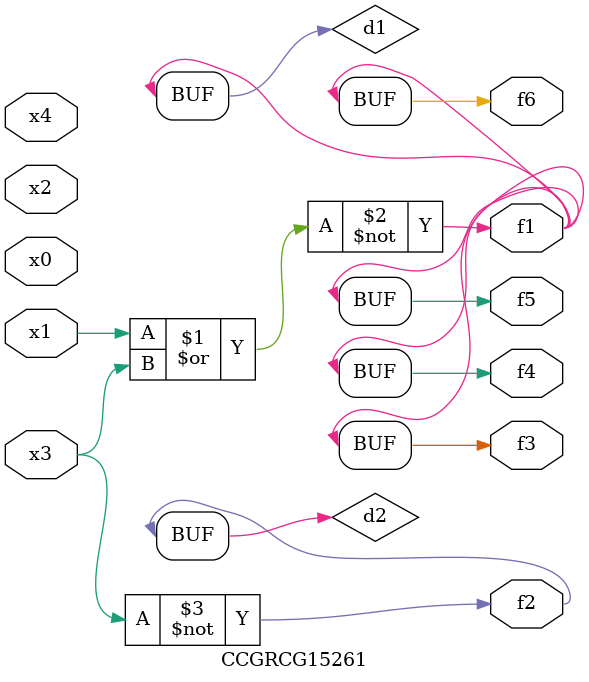
<source format=v>
module CCGRCG15261(
	input x0, x1, x2, x3, x4,
	output f1, f2, f3, f4, f5, f6
);

	wire d1, d2;

	nor (d1, x1, x3);
	not (d2, x3);
	assign f1 = d1;
	assign f2 = d2;
	assign f3 = d1;
	assign f4 = d1;
	assign f5 = d1;
	assign f6 = d1;
endmodule

</source>
